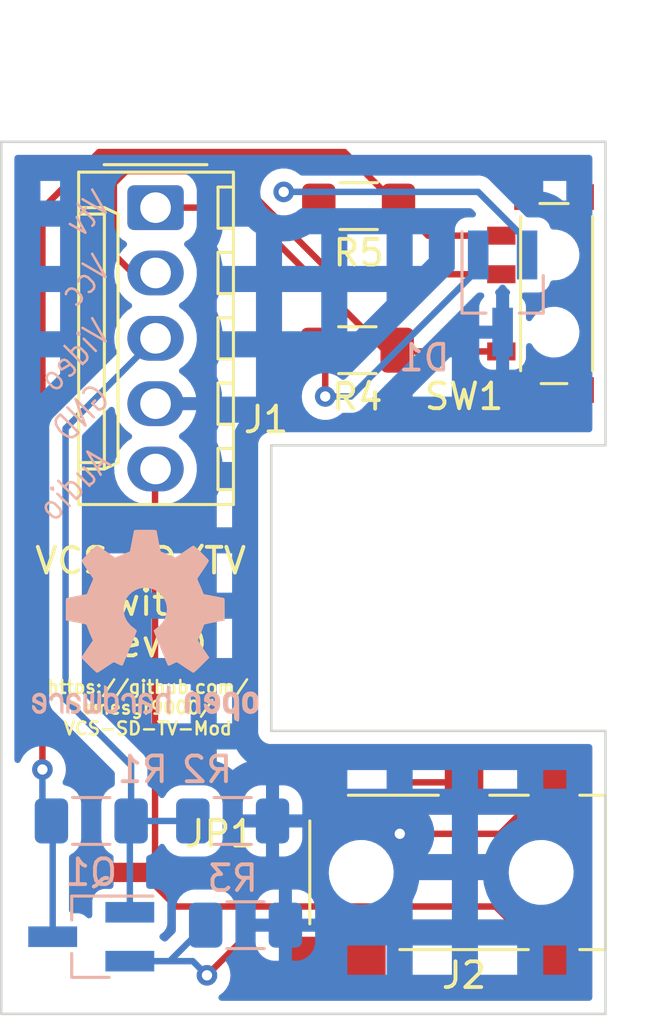
<source format=kicad_pcb>
(kicad_pcb (version 20211014) (generator pcbnew)
  (layers (0 "F.Cu" signal) (31 "B.Cu" signal) (34 "B.Paste" user) (35 "F.Paste" user) (36 "B.SilkS" user "B.Silkscreen") (37 "F.SilkS" user "F.Silkscreen") (38 "B.Mask" user) (39 "F.Mask" user) (44 "Edge.Cuts" user))
  (net 0 "")
  (net 1 "Net-(D1-Pad1)")
  (net 2 "Net-(D1-Pad2)")
  (net 3 "Net-(D1-Pad3)")
  (net 4 "Net-(J1-Pad1)")
  (net 5 "Net-(J1-Pad2)")
  (net 6 "Net-(J1-Pad5)")
  (net 7 "Net-(J2-PadR1)")
  (net 8 "Net-(J2-PadT)")
  (net 9 "Net-(J1-Pad3)")
  (net 10 "Net-(Q1-Pad3)")
  (footprint "Connector_Molex:Molex_KK-254_AE-6410-05A_1x05_P2.54mm_Vertical" (layer "F.Cu") (at 178 79.16 -90)
    (fp_text reference "J1" (at 8.24 -4.3) (layer "F.SilkS"))
    (fp_text value "Conn_01x05_Male")
    (fp_line (start -0.8 -3.03) (end -0.8 -2.43) (layer "F.SilkS") (width 0.12))
    (fp_line (start 9.91 1.46) (end 10.16 1.99) (layer "F.SilkS") (width 0.12))
    (fp_line (start 11.54 2.99) (end 11.54 -3.03) (layer "F.SilkS") (width 0.12))
    (fp_line (start 9.36 -3.03) (end 9.36 -2.43) (layer "F.SilkS") (width 0.12))
    (fp_line (start 8.42 -2.43) (end 8.42 -3.03) (layer "F.SilkS") (width 0.12))
    (fp_line (start 6.82 -3.03) (end 6.82 -2.43) (layer "F.SilkS") (width 0.12))
    (fp_line (start 4.28 -2.43) (end 5.88 -2.43) (layer "F.SilkS") (width 0.12))
    (fp_line (start 9.36 -2.43) (end 10.96 -2.43) (layer "F.SilkS") (width 0.12))
    (fp_line (start 10.16 1.99) (end 10.16 2.99) (layer "F.SilkS") (width 0.12))
    (fp_line (start 1.74 -3.03) (end 1.74 -2.43) (layer "F.SilkS") (width 0.12))
    (fp_line (start 6.82 -2.43) (end 8.42 -2.43) (layer "F.SilkS") (width 0.12))
    (fp_line (start 9.91 2.99) (end 9.91 1.99) (layer "F.SilkS") (width 0.12))
    (fp_line (start -1.67 -2) (end -1.67 2) (layer "F.SilkS") (width 0.12))
    (fp_line (start 0.8 -2.43) (end 0.8 -3.03) (layer "F.SilkS") (width 0.12))
    (fp_line (start 0 1.99) (end 10.16 1.99) (layer "F.SilkS") (width 0.12))
    (fp_line (start 0 1.99) (end 0.25 1.46) (layer "F.SilkS") (width 0.12))
    (fp_line (start 0.25 1.46) (end 9.91 1.46) (layer "F.SilkS") (width 0.12))
    (fp_line (start -0.8 -2.43) (end 0.8 -2.43) (layer "F.SilkS") (width 0.12))
    (fp_line (start 10.96 -2.43) (end 10.96 -3.03) (layer "F.SilkS") (width 0.12))
    (fp_line (start -1.38 -3.03) (end -1.38 2.99) (layer "F.SilkS") (width 0.12))
    (fp_line (start -1.38 2.99) (end 11.54 2.99) (layer "F.SilkS") (width 0.12))
    (fp_line (start 0 2.99) (end 0 1.99) (layer "F.SilkS") (width 0.12))
    (fp_line (start 1.74 -2.43) (end 3.34 -2.43) (layer "F.SilkS") (width 0.12))
    (fp_line (start 4.28 -3.03) (end 4.28 -2.43) (layer "F.SilkS") (width 0.12))
    (fp_line (start 5.88 -2.43) (end 5.88 -3.03) (layer "F.SilkS") (width 0.12))
    (fp_line (start 3.34 -2.43) (end 3.34 -3.03) (layer "F.SilkS") (width 0.12))
    (fp_line (start 11.54 -3.03) (end -1.38 -3.03) (layer "F.SilkS") (width 0.12))
    (fp_line (start 0.25 2.99) (end 0.25 1.99) (layer "F.SilkS") (width 0.12))
    (pad "1" thru_hole roundrect (at 0 0 270) (size 1.74 2.19) (drill 1.19) (layers *.Cu *.Mask) (roundrect_rratio 0.1436781609) (net 4 "Net-(J1-Pad1)"))
    (pad "2" thru_hole oval (at 2.54 0 270) (size 1.74 2.19) (drill 1.19) (layers *.Cu *.Mask) (net 5 "Net-(J1-Pad2)"))
    (pad "3" thru_hole oval (at 5.08 0 270) (size 1.74 2.19) (drill 1.19) (layers *.Cu *.Mask) (net 9 "Net-(J1-Pad3)"))
    (pad "4" thru_hole oval (at 7.62 0 270) (size 1.74 2.19) (drill 1.19) (layers *.Cu *.Mask) (net 3 "Net-(D1-Pad3)"))
    (pad "5" thru_hole oval (at 10.16 0 270) (size 1.74 2.19) (drill 1.19) (layers *.Cu *.Mask) (net 6 "Net-(J1-Pad5)"))
  )
  (footprint "outputboard:Jumper_2_1.27_Open" (layer "F.Cu") (at 178.5 105 -90)
    (fp_text reference "JP1" (at -1.5 -2 unlocked) (layer "F.SilkS"))
    (fp_text value "Jumper_2_Open")
    (pad "1" smd rect (at 0 1.9 270) (size 0.75 2.8) (layers "F.Cu" "F.Paste" "F.Mask") (net 6 "Net-(J1-Pad5)"))
    (pad "2" smd rect (at 0 -1.8 270) (size 0.75 2.8) (layers "F.Cu" "F.Paste" "F.Mask") (net 7 "Net-(J2-PadR1)"))
  )
  (footprint "Resistor_SMD:R_1206_3216Metric_Pad1.30x1.75mm_HandSolder" (layer "F.Cu") (at 185.85 84.7 180)
    (fp_text reference "R4" (at 0 -1.82) (layer "F.SilkS"))
    (fp_text value "120")
    (fp_line (start -0.727064 -0.91) (end 0.727064 -0.91) (layer "F.SilkS") (width 0.12))
    (fp_line (start -0.727064 0.91) (end 0.727064 0.91) (layer "F.SilkS") (width 0.12))
    (pad "1" smd roundrect (at -1.55 0 180) (size 1.3 1.75) (layers "F.Cu" "F.Paste" "F.Mask") (roundrect_rratio 0.1923076923) (net 4 "Net-(J1-Pad1)"))
    (pad "2" smd roundrect (at 1.55 0 180) (size 1.3 1.75) (layers "F.Cu" "F.Paste" "F.Mask") (roundrect_rratio 0.1923076923) (net 1 "Net-(D1-Pad1)"))
  )
  (footprint "outputboard:54-00177" (layer "F.Cu") (at 186 105 180)
    (fp_text reference "J2" (at -4 -4 unlocked) (layer "F.SilkS"))
    (fp_text value "AudioJack4")
    (fp_line (start -6.5 3) (end -5 3) (layer "F.SilkS") (width 0.12))
    (fp_line (start -8.5 3) (end -9.5 3) (layer "F.SilkS") (width 0.12))
    (fp_line (start 2 2) (end 2 -2) (layer "F.SilkS") (width 0.12))
    (fp_line (start -3 3) (end 0.5 3) (layer "F.SilkS") (width 0.12))
    (fp_line (start -9.5 -3) (end -8.5 -3) (layer "F.SilkS") (width 0.12))
    (fp_line (start -9.5 3) (end -9.5 -3) (layer "F.SilkS") (width 0.12))
    (fp_line (start -6.5 -3) (end -1.5 -3) (layer "F.SilkS") (width 0.12))
    (pad "" smd rect (at 2 -3.5 180) (size 1.5 2) (layers "F.Cu" "F.Paste" "F.Mask"))
    (pad "" np_thru_hole circle (at 0 0 180) (size 1.5 1.5) (drill 1.5) (layers F&B.Cu *.Mask))
    (pad "" smd rect (at 1.5 3.5 180) (size 1.5 2) (layers "F.Cu" "F.Paste" "F.Mask"))
    (pad "" np_thru_hole circle (at -7 0 180) (size 1.5 1.5) (drill 1.5) (layers F&B.Cu *.Mask))
    (pad "R1" smd rect (at -4 3.5 180) (size 1.5 2) (layers "F.Cu" "F.Paste" "F.Mask") (net 7 "Net-(J2-PadR1)"))
    (pad "R2" smd rect (at -7.4 -3.5 180) (size 1.5 2) (layers "F.Cu" "F.Paste" "F.Mask") (net 6 "Net-(J1-Pad5)"))
    (pad "S" smd rect (at -7.4 3.5 180) (size 1.5 2) (layers "F.Cu" "F.Paste" "F.Mask") (net 3 "Net-(D1-Pad3)"))
    (pad "T" smd rect (at -0.2 -3.5 180) (size 1.5 2) (layers "F.Cu" "F.Paste" "F.Mask") (net 8 "Net-(J2-PadT)"))
  )
  (footprint "outputboard:WS-SLSU" (layer "F.Cu") (at 193.5 82.5 -90)
    (fp_text reference "SW1" (at 4 3.5 unlocked) (layer "F.SilkS"))
    (fp_text value "SW_SPDT")
    (fp_line (start -3 -1.5) (end 3 -1.5) (layer "F.SilkS") (width 0.12))
    (fp_line (start 3.5 -0.5) (end 3.5 0.5) (layer "F.SilkS") (width 0.12))
    (fp_line (start -3.5 -0.55) (end -3.5 0.55) (layer "F.SilkS") (width 0.12))
    (fp_line (start -3 1.3) (end 3 1.3) (layer "F.SilkS") (width 0.12))
    (pad "" np_thru_hole circle (at -1.5 0 270) (size 0.95 0.95) (drill 0.95) (layers F&B.Cu))
    (pad "" smd rect (at 3.75 -1.15 270) (size 1 0.8) (layers "F.Cu" "F.Paste" "F.Mask"))
    (pad "" np_thru_hole circle (at 1.5 0 270) (size 0.95 0.95) (drill 0.95) (layers F&B.Cu))
    (pad "" smd rect (at 3.75 1.15 270) (size 1 0.8) (layers "F.Cu" "F.Paste" "F.Mask"))
    (pad "" smd rect (at -3.75 1.15 270) (size 1 0.8) (layers "F.Cu" "F.Paste" "F.Mask"))
    (pad "" smd rect (at -3.75 -1.15 270) (size 1 0.8) (layers "F.Cu" "F.Paste" "F.Mask"))
    (pad "1" smd rect (at 2.25 2.05 270) (size 0.7 1.1) (layers "F.Cu" "F.Paste" "F.Mask") (net 4 "Net-(J1-Pad1)"))
    (pad "2" smd rect (at -0.75 2.05 270) (size 0.7 1.1) (layers "F.Cu" "F.Paste" "F.Mask") (net 5 "Net-(J1-Pad2)"))
    (pad "3" smd rect (at -2.25 2.05 270) (size 0.7 1.1) (layers "F.Cu" "F.Paste" "F.Mask") (net 10 "Net-(Q1-Pad3)"))
  )
  (footprint "Resistor_SMD:R_1206_3216Metric_Pad1.30x1.75mm_HandSolder" (layer "F.Cu") (at 185.9 79.1 180)
    (fp_text reference "R5" (at 0 -1.82) (layer "F.SilkS"))
    (fp_text value "150")
    (fp_line (start -0.727064 -0.91) (end 0.727064 -0.91) (layer "F.SilkS") (width 0.12))
    (fp_line (start -0.727064 0.91) (end 0.727064 0.91) (layer "F.SilkS") (width 0.12))
    (pad "1" smd roundrect (at -1.55 0 180) (size 1.3 1.75) (layers "F.Cu" "F.Paste" "F.Mask") (roundrect_rratio 0.1923076923) (net 10 "Net-(Q1-Pad3)"))
    (pad "2" smd roundrect (at 1.55 0 180) (size 1.3 1.75) (layers "F.Cu" "F.Paste" "F.Mask") (roundrect_rratio 0.1923076923) (net 2 "Net-(D1-Pad2)"))
  )
  (footprint "Resistor_SMD:R_1206_3216Metric_Pad1.30x1.75mm_HandSolder" (layer "B.Cu") (at 181.5 107.05 180)
    (fp_text reference "R3" (at 0.5 1.82) (layer "B.SilkS") (effects (justify mirror)))
    (fp_text value "75")
    (fp_line (start -0.727064 0.91) (end 0.727064 0.91) (layer "B.SilkS") (width 0.12))
    (fp_line (start -0.727064 -0.91) (end 0.727064 -0.91) (layer "B.SilkS") (width 0.12))
    (pad "1" smd roundrect (at -1.55 0 180) (size 1.3 1.75) (layers "B.Cu" "B.Paste" "B.Mask") (roundrect_rratio 0.1923076923) (net 3 "Net-(D1-Pad3)"))
    (pad "2" smd roundrect (at 1.55 0 180) (size 1.3 1.75) (layers "B.Cu" "B.Paste" "B.Mask") (roundrect_rratio 0.1923076923) (net 8 "Net-(J2-PadT)"))
  )
  (footprint "Resistor_SMD:R_1206_3216Metric_Pad1.30x1.75mm_HandSolder" (layer "B.Cu") (at 175.5 103)
    (fp_text reference "R1" (at 2 -2) (layer "B.SilkS") (effects (justify mirror)))
    (fp_text value "2k2")
    (fp_line (start -0.727064 0.91) (end 0.727064 0.91) (layer "B.SilkS") (width 0.12))
    (fp_line (start -0.727064 -0.91) (end 0.727064 -0.91) (layer "B.SilkS") (width 0.12))
    (pad "1" smd roundrect (at -1.55 0) (size 1.3 1.75) (layers "B.Cu" "B.Paste" "B.Mask") (roundrect_rratio 0.1923076923) (net 10 "Net-(Q1-Pad3)"))
    (pad "2" smd roundrect (at 1.55 0) (size 1.3 1.75) (layers "B.Cu" "B.Paste" "B.Mask") (roundrect_rratio 0.1923076923) (net 9 "Net-(J1-Pad3)"))
  )
  (footprint "Package_TO_SOT_SMD:SOT-23_Handsoldering" (layer "B.Cu") (at 175.5 107.5 180)
    (fp_text reference "Q1" (at 0 2.5) (layer "B.SilkS") (effects (justify mirror)))
    (fp_text value "2N2222A")
    (fp_line (start 0.76 1.58) (end -2.4 1.58) (layer "B.SilkS") (width 0.12))
    (fp_line (start 0.76 -1.58) (end -0.7 -1.58) (layer "B.SilkS") (width 0.12))
    (fp_line (start 0.76 1.58) (end 0.76 0.65) (layer "B.SilkS") (width 0.12))
    (fp_line (start 0.76 -1.58) (end 0.76 -0.65) (layer "B.SilkS") (width 0.12))
    (pad "1" smd rect (at -1.5 0.95 180) (size 1.9 0.8) (layers "B.Cu" "B.Paste" "B.Mask") (net 9 "Net-(J1-Pad3)"))
    (pad "2" smd rect (at -1.5 -0.95 180) (size 1.9 0.8) (layers "B.Cu" "B.Paste" "B.Mask") (net 8 "Net-(J2-PadT)"))
    (pad "3" smd rect (at 1.5 0 180) (size 1.9 0.8) (layers "B.Cu" "B.Paste" "B.Mask") (net 10 "Net-(Q1-Pad3)"))
  )
  (footprint "Package_TO_SOT_SMD:SOT-23_Handsoldering" (layer "B.Cu") (at 191.5 82.5 -90)
    (fp_text reference "D1" (at 2.5 3.05) (layer "B.SilkS") (effects (justify mirror)))
    (fp_text value "LED_Dual_AAK 2.0/2.2V 20mA")
    (fp_line (start 0.76 -1.58) (end -0.7 -1.58) (layer "B.SilkS") (width 0.12))
    (fp_line (start 0.76 -1.58) (end 0.76 -0.65) (layer "B.SilkS") (width 0.12))
    (fp_line (start 0.76 1.58) (end -2.4 1.58) (layer "B.SilkS") (width 0.12))
    (fp_line (start 0.76 1.58) (end 0.76 0.65) (layer "B.SilkS") (width 0.12))
    (pad "1" smd rect (at -1.5 0.95 270) (size 1.9 0.8) (layers "B.Cu" "B.Paste" "B.Mask") (net 1 "Net-(D1-Pad1)"))
    (pad "2" smd rect (at -1.5 -0.95 270) (size 1.9 0.8) (layers "B.Cu" "B.Paste" "B.Mask") (net 2 "Net-(D1-Pad2)"))
    (pad "3" smd rect (at 1.5 0 270) (size 1.9 0.8) (layers "B.Cu" "B.Paste" "B.Mask") (net 3 "Net-(D1-Pad3)"))
  )
  (footprint "Symbol:OSHW-Logo2_9.8x8mm_SilkScreen" (layer "B.Cu") (at 177.6 95.4 180)
    (fp_text reference "REF**" hide)
    (fp_text value "OSHW-Logo2_9.8x8mm_SilkScreen" hide)
    (fp_poly (pts (xy 3.570807 -2.636782) (xy 3.594161 -2.646988) (xy 3.649902 -2.691134) (xy 3.697569 -2.754967) (xy 3.727048 -2.823087) (xy 3.731846 -2.85667) (xy 3.71576 -2.903556) (xy 3.680475 -2.928365) (xy 3.642644 -2.943387) (xy 3.625321 -2.946155) (xy 3.616886 -2.926066) (xy 3.60023 -2.882351) (xy 3.592923 -2.862598) (xy 3.551948 -2.794271) (xy 3.492622 -2.760191) (xy 3.416552 -2.761239) (xy 3.410918 -2.762581) (xy 3.370305 -2.781836) (xy 3.340448 -2.819375) (xy 3.320055 -2.879809) (xy 3.307836 -2.967751) (xy 3.3025 -3.087813) (xy 3.302 -3.151698) (xy 3.301752 -3.252403) (xy 3.300126 -3.321054) (xy 3.295801 -3.364673) (xy 3.287454 -3.390282) (xy 3.273765 -3.404903) (xy 3.253411 -3.415558) (xy 3.252234 -3.416095) (xy 3.213038 -3.432667) (xy 3.193619 -3.438769) (xy 3.190635 -3.420319) (xy 3.188081 -3.369323) (xy 3.18614 -3.292308) (xy 3.184997 -3.195805) (xy 3.184769 -3.125184) (xy 3.185932 -2.988525) (xy 3.190479 -2.884851) (xy 3.199999 -2.808108) (xy 3.216081 -2.752246) (xy 3.240313 -2.711212) (xy 3.274286 -2.678954) (xy 3.307833 -2.65644) (xy 3.388499 -2.626476) (xy 3.482381 -2.619718) (xy 3.570807 -2.636782)) (layer "B.SilkS") (width 0.01) (fill solid))
    (fp_poly (pts (xy 0.053501 -2.626303) (xy 0.13006 -2.654733) (xy 0.130936 -2.655279) (xy 0.178285 -2.690127) (xy 0.213241 -2.730852) (xy 0.237825 -2.783925) (xy 0.254062 -2.855814) (xy 0.263975 -2.952992) (xy 0.269586 -3.081928) (xy 0.270077 -3.100298) (xy 0.277141 -3.377287) (xy 0.217695 -3.408028) (xy 0.174681 -3.428802) (xy 0.14871 -3.438646) (xy 0.147509 -3.438769) (xy 0.143014 -3.420606) (xy 0.139444 -3.371612) (xy 0.137248 -3.300031) (xy 0.136769 -3.242068) (xy 0.136758 -3.14817) (xy 0.132466 -3.089203) (xy 0.117503 -3.061079) (xy 0.085482 -3.059706) (xy 0.030014 -3.080998) (xy -0.053731 -3.120136) (xy -0.115311 -3.152643) (xy -0.146983 -3.180845) (xy -0.156294 -3.211582) (xy -0.156308 -3.213104) (xy -0.140943 -3.266054) (xy -0.095453 -3.29466) (xy -0.025834 -3.298803) (xy 0.024313 -3.298084) (xy 0.050754 -3.312527) (xy 0.067243 -3.347218) (xy 0.076733 -3.391416) (xy 0.063057 -3.416493) (xy 0.057907 -3.420082) (xy 0.009425 -3.434496) (xy -0.058469 -3.436537) (xy -0.128388 -3.426983) (xy -0.177932 -3.409522) (xy -0.24643 -3.351364) (xy -0.285366 -3.270408) (xy -0.293077 -3.20716) (xy -0.287193 -3.150111) (xy -0.265899 -3.103542) (xy -0.223735 -3.062181) (xy -0.155241 -3.020755) (xy -0.054956 -2.973993) (xy -0.048846 -2.97135) (xy 0.04149 -2.929617) (xy 0.097235 -2.895391) (xy 0.121129 -2.864635) (xy 0.115913 -2.833311) (xy 0.084328 -2.797383) (xy 0.074883 -2.789116) (xy 0.011617 -2.757058) (xy -0.053936 -2.758407) (xy -0.111028 -2.789838) (xy -0.148907 -2.848024) (xy -0.152426 -2.859446) (xy -0.1867 -2.914837) (xy -0.230191 -2.941518) (xy -0.293077 -2.96796) (xy -0.293077 -2.899548) (xy -0.273948 -2.80011) (xy -0.217169 -2.708902) (xy -0.187622 -2.678389) (xy -0.120458 -2.639228) (xy -0.035044 -2.6215) (xy 0.053501 -2.626303)) (layer "B.SilkS") (width 0.01) (fill solid))
    (fp_poly (pts (xy 2.887333 -2.633528) (xy 2.94359 -2.659117) (xy 2.987747 -2.690124) (xy 3.020101 -2.724795) (xy 3.042438 -2.76952) (xy 3.056546 -2.830692) (xy 3.064211 -2.914701) (xy 3.06722 -3.02794) (xy 3.067538 -3.102509) (xy 3.067538 -3.39342) (xy 3.017773 -3.416095) (xy 2.978576 -3.432667) (xy 2.959157 -3.438769) (xy 2.955442 -3.42061) (xy 2.952495 -3.371648) (xy 2.950691 -3.300153) (xy 2.950308 -3.243385) (xy 2.948661 -3.161371) (xy 2.944222 -3.096309) (xy 2.93774 -3.056467) (xy 2.93259 -3.048) (xy 2.897977 -3.056646) (xy 2.84364 -3.078823) (xy 2.780722 -3.108886) (xy 2.720368 -3.141192) (xy 2.673721 -3.170098) (xy 2.651926 -3.189961) (xy 2.651839 -3.190175) (xy 2.653714 -3.226935) (xy 2.670525 -3.262026) (xy 2.700039 -3.290528) (xy 2.743116 -3.300061) (xy 2.779932 -3.29895) (xy 2.832074 -3.298133) (xy 2.859444 -3.310349) (xy 2.875882 -3.342624) (xy 2.877955 -3.34871) (xy 2.885081 -3.394739) (xy 2.866024 -3.422687) (xy 2.816353 -3.436007) (xy 2.762697 -3.43847) (xy 2.666142 -3.42021) (xy 2.616159 -3.394131) (xy 2.554429 -3.332868) (xy 2.52169 -3.25767) (xy 2.518753 -3.178211) (xy 2.546424 -3.104167) (xy 2.588047 -3.057769) (xy 2.629604 -3.031793) (xy 2.694922 -2.998907) (xy 2.771038 -2.965557) (xy 2.783726 -2.960461) (xy 2.867333 -2.923565) (xy 2.91553 -2.891046) (xy 2.93103 -2.858718) (xy 2.91655 -2.822394) (xy 2.891692 -2.794) (xy 2.832939 -2.759039) (xy 2.768293 -2.756417) (xy 2.709008 -2.783358) (xy 2.666339 -2.837088) (xy 2.660739 -2.85095) (xy 2.628133 -2.901936) (xy 2.58053 -2.939787) (xy 2.520461 -2.97085) (xy 2.520461 -2.882768) (xy 2.523997 -2.828951) (xy 2.539156 -2.786534) (xy 2.572768 -2.741279) (xy 2.605035 -2.70642) (xy 2.655209 -2.657062) (xy 2.694193 -2.630547) (xy 2.736064 -2.619911) (xy 2.78346 -2.618154) (xy 2.887333 -2.633528)) (layer "B.SilkS") (width 0.01) (fill solid))
    (fp_poly (pts (xy -0.840154 -2.49212) (xy -0.834428 -2.57198) (xy -0.827851 -2.619039) (xy -0.818738 -2.639566) (xy -0.805402 -2.639829) (xy -0.801077 -2.637378) (xy -0.743556 -2.619636) (xy -0.668732 -2.620672) (xy -0.592661 -2.63891) (xy -0.545082 -2.662505) (xy -0.496298 -2.700198) (xy -0.460636 -2.742855) (xy -0.436155 -2.797057) (xy -0.420913 -2.869384) (xy -0.41297 -2.966419) (xy -0.410384 -3.094742) (xy -0.410338 -3.119358) (xy -0.410308 -3.39587) (xy -0.471839 -3.41732) (xy -0.515541 -3.431912) (xy -0.539518 -3.438706) (xy -0.540223 -3.438769) (xy -0.542585 -3.420345) (xy -0.544594 -3.369526) (xy -0.546099 -3.292993) (xy -0.546947 -3.19743) (xy -0.547077 -3.139329) (xy -0.547349 -3.024771) (xy -0.548748 -2.942667) (xy -0.552151 -2.886393) (xy -0.558433 -2.849326) (xy -0.568471 -2.824844) (xy -0.583139 -2.806325) (xy -0.592298 -2.797406) (xy -0.655211 -2.761466) (xy -0.723864 -2.758775) (xy -0.786152 -2.78917) (xy -0.797671 -2.800144) (xy -0.814567 -2.820779) (xy -0.826286 -2.845256) (xy -0.833767 -2.880647) (xy -0.837946 -2.934026) (xy -0.839763 -3.012466) (xy -0.840154 -3.120617) (xy -0.840154 -3.39587) (xy -0.901685 -3.41732) (xy -0.945387 -3.431912) (xy -0.969364 -3.438706) (xy -0.97007 -3.438769) (xy -0.971874 -3.420069) (xy -0.9735 -3.367322) (xy -0.974883 -3.285557) (xy -0.975958 -3.179805) (xy -0.97666 -3.055094) (xy -0.976923 -2.916455) (xy -0.976923 -2.381806) (xy -0.849923 -2.328236) (xy -0.840154 -2.49212)) (layer "B.SilkS") (width 0.01) (fill solid))
    (fp_poly (pts (xy -3.983114 -2.587256) (xy -3.891536 -2.635409) (xy -3.823951 -2.712905) (xy -3.799943 -2.762727) (xy -3.781262 -2.837533) (xy -3.771699 -2.932052) (xy -3.770792 -3.03521) (xy -3.778079 -3.135935) (xy -3.793097 -3.223153) (xy -3.815385 -3.285791) (xy -3.822235 -3.296579) (xy -3.903368 -3.377105) (xy -3.999734 -3.425336) (xy -4.104299 -3.43945) (xy -4.210032 -3.417629) (xy -4.239457 -3.404547) (xy -4.296759 -3.364231) (xy -4.34705 -3.310775) (xy -4.351803 -3.303995) (xy -4.371122 -3.271321) (xy -4.383892 -3.236394) (xy -4.391436 -3.190414) (xy -4.395076 -3.124584) (xy -4.396135 -3.030105) (xy -4.396154 -3.008923) (xy -4.396106 -3.002182) (xy -4.200769 -3.002182) (xy -4.199632 -3.091349) (xy -4.195159 -3.15052) (xy -4.185754 -3.188741) (xy -4.169824 -3.215053) (xy -4.161692 -3.223846) (xy -4.114942 -3.257261) (xy -4.069553 -3.255737) (xy -4.02366 -3.226752) (xy -3.996288 -3.195809) (xy -3.980077 -3.150643) (xy -3.970974 -3.07942) (xy -3.970349 -3.071114) (xy -3.968796 -2.942037) (xy -3.985035 -2.846172) (xy -4.018848 -2.784107) (xy -4.070016 -2.756432) (xy -4.08828 -2.754923) (xy -4.13624 -2.762513) (xy -4.169047 -2.788808) (xy -4.189105 -2.839095) (xy -4.198822 -2.918664) (xy -4.200769 -3.002182) (xy -4.396106 -3.002182) (xy -4.395426 -2.908249) (xy -4.392371 -2.837906) (xy -4.385678 -2.789163) (xy -4.37404 -2.753288) (xy -4.356147 -2.721548) (xy -4.352192 -2.715648) (xy -4.285733 -2.636104) (xy -4.213315 -2.589929) (xy -4.125151 -2.571599) (xy -4.095213 -2.570703) (xy -3.983114 -2.587256)) (layer "B.SilkS") (width 0.01) (fill solid))
    (fp_poly (pts (xy -1.728336 -2.595089) (xy -1.665633 -2.631358) (xy -1.622039 -2.667358) (xy -1.590155 -2.705075) (xy -1.56819 -2.751199) (xy -1.554351 -2.812421) (xy -1.546847 -2.895431) (xy -1.543883 -3.006919) (xy -1.543539 -3.087062) (xy -1.543539 -3.382065) (xy -1.709615 -3.456515) (xy -1.719385 -3.133402) (xy -1.723421 -3.012729) (xy -1.727656 -2.925141) (xy -1.732903 -2.86465) (xy -1.739975 -2.825268) (xy -1.749689 -2.801007) (xy -1.762856 -2.78588) (xy -1.767081 -2.782606) (xy -1.831091 -2.757034) (xy -1.895792 -2.767153) (xy -1.934308 -2.794) (xy -1.949975 -2.813024) (xy -1.96082 -2.837988) (xy -1.967712 -2.875834) (xy -1.971521 -2.933502) (xy -1.973117 -3.017935) (xy -1.973385 -3.105928) (xy -1.973437 -3.216323) (xy -1.975328 -3.294463) (xy -1.981655 -3.347165) (xy -1.995017 -3.381242) (xy -2.018015 -3.403511) (xy -2.053246 -3.420787) (xy -2.100303 -3.438738) (xy -2.151697 -3.458278) (xy -2.145579 -3.111485) (xy -2.143116 -2.986468) (xy -2.140233 -2.894082) (xy -2.136102 -2.827881) (xy -2.129893 -2.78142) (xy -2.120774 -2.748256) (xy -2.107917 -2.721944) (xy -2.092416 -2.698729) (xy -2.017629 -2.624569) (xy -1.926372 -2.581684) (xy -1.827117 -2.571412) (xy -1.728336 -2.595089)) (layer "B.SilkS") (width 0.01) (fill solid))
    (fp_poly (pts (xy 0.713362 -2.62467) (xy 0.802117 -2.657421) (xy 0.874022 -2.71535) (xy 0.902144 -2.756128) (xy 0.932802 -2.830954) (xy 0.932165 -2.885058) (xy 0.899987 -2.921446) (xy 0.888081 -2.927633) (xy 0.836675 -2.946925) (xy 0.810422 -2.941982) (xy 0.80153 -2.909587) (xy 0.801077 -2.891692) (xy 0.784797 -2.825859) (xy 0.742365 -2.779807) (xy 0.683388 -2.757564) (xy 0.617475 -2.763161) (xy 0.563895 -2.792229) (xy 0.545798 -2.80881) (xy 0.532971 -2.828925) (xy 0.524306 -2.859332) (xy 0.518696 -2.906788) (xy 0.515035 -2.97805) (xy 0.512215 -3.079875) (xy 0.511484 -3.112115) (xy 0.50882 -3.22241) (xy 0.505792 -3.300036) (xy 0.50125 -3.351396) (xy 0.494046 -3.38289) (xy 0.483033 -3.40092) (xy 0.46706 -3.411888) (xy 0.456834 -3.416733) (xy 0.413406 -3.433301) (xy 0.387842 -3.438769) (xy 0.379395 -3.420507) (xy 0.374239 -3.365296) (xy 0.372346 -3.272499) (xy 0.373689 -3.141478) (xy 0.374107 -3.121269) (xy 0.377058 -3.001733) (xy 0.380548 -2.914449) (xy 0.385514 -2.852591) (xy 0.392893 -2.809336) (xy 0.403624 -2.77786) (xy 0.418645 -2.751339) (xy 0.426502 -2.739975) (xy 0.471553 -2.689692) (xy 0.52194 -2.650581) (xy 0.528108 -2.647167) (xy 0.618458 -2.620212) (xy 0.713362 -2.62467)) (layer "B.SilkS") (width 0.01) (fill solid))
    (fp_poly (pts (xy -3.231114 -2.584505) (xy -3.156461 -2.621727) (xy -3.090569 -2.690261) (xy -3.072423 -2.715648) (xy -3.052655 -2.748866) (xy -3.039828 -2.784945) (xy -3.03249 -2.833098) (xy -3.029187 -2.902536) (xy -3.028462 -2.994206) (xy -3.031737 -3.11983) (xy -3.043123 -3.214154) (xy -3.064959 -3.284523) (xy -3.099581 -3.338286) (xy -3.14933 -3.382788) (xy -3.152986 -3.385423) (xy -3.202015 -3.412377) (xy -3.261055 -3.425712) (xy -3.336141 -3.429) (xy -3.458205 -3.429) (xy -3.458256 -3.547497) (xy -3.459392 -3.613492) (xy -3.466314 -3.652202) (xy -3.484402 -3.675419) (xy -3.519038 -3.694933) (xy -3.527355 -3.69892) (xy -3.56628 -3.717603) (xy -3.596417 -3.729403) (xy -3.618826 -3.730422) (xy -3.634567 -3.716761) (xy -3.644698 -3.684522) (xy -3.650277 -3.629804) (xy -3.652365 -3.548711) (xy -3.652019 -3.437344) (xy -3.6503 -3.291802) (xy -3.649763 -3.248269) (xy -3.647828 -3.098205) (xy -3.646096 -3.000042) (xy -3.458308 -3.000042) (xy -3.457252 -3.083364) (xy -3.452562 -3.13788) (xy -3.441949 -3.173837) (xy -3.423128 -3.201482) (xy -3.41035 -3.214965) (xy -3.35811 -3.254417) (xy -3.311858 -3.257628) (xy -3.264133 -3.225049) (xy -3.262923 -3.223846) (xy -3.243506 -3.198668) (xy -3.231693 -3.164447) (xy -3.225735 -3.111748) (xy -3.22388 -3.031131) (xy -3.223846 -3.013271) (xy -3.22833 -2.902175) (xy -3.242926 -2.825161) (xy -3.26935 -2.778147) (xy -3.309317 -2.75705) (xy -3.332416 -2.754923) (xy -3.387238 -2.7649) (xy -3.424842 -2.797752) (xy -3.447477 -2.857857) (xy -3.457394 -2.949598) (xy -3.458308 -3.000042) (xy -3.646096 -3.000042) (xy -3.645778 -2.98206) (xy -3.643127 -2.894679) (xy -3.639394 -2.830905) (xy -3.634093 -2.785582) (xy -3.626742 -2.753555) (xy -3.616857 -2.729668) (xy -3.603954 -2.708764) (xy -3.598421 -2.700898) (xy -3.525031 -2.626595) (xy -3.43224 -2.584467) (xy -3.324904 -2.572722) (xy -3.231114 -2.584505)) (layer "B.SilkS") (width 0.01) (fill solid))
    (fp_poly (pts (xy 1.602081 -2.780289) (xy 1.601833 -2.92632) (xy 1.600872 -3.038655) (xy 1.598794 -3.122678) (xy 1.595193 -3.183769) (xy 1.589665 -3.227309) (xy 1.581804 -3.258679) (xy 1.571207 -3.283262) (xy 1.563182 -3.297294) (xy 1.496728 -3.373388) (xy 1.41247 -3.421084) (xy 1.319249 -3.438199) (xy 1.2259 -3.422546) (xy 1.170312 -3.394418) (xy 1.111957 -3.34576) (xy 1.072186 -3.286333) (xy 1.04819 -3.208507) (xy 1.037161 -3.104652) (xy 1.035599 -3.028462) (xy 1.035809 -3.022986) (xy 1.172308 -3.022986) (xy 1.173141 -3.110355) (xy 1.176961 -3.168192) (xy 1.185746 -3.206029) (xy 1.201474 -3.233398) (xy 1.220266 -3.254042) (xy 1.283375 -3.29389) (xy 1.351137 -3.297295) (xy 1.415179 -3.264025) (xy 1.420164 -3.259517) (xy 1.441439 -3.236067) (xy 1.454779 -3.208166) (xy 1.462001 -3.166641) (xy 1.464923 -3.102316) (xy 1.465385 -3.0312) (xy 1.464383 -2.941858) (xy 1.460238 -2.882258) (xy 1.451236 -2.843089) (xy 1.435667 -2.81504) (xy 1.422902 -2.800144) (xy 1.3636 -2.762575) (xy 1.295301 -2.758057) (xy 1.23011 -2.786753) (xy 1.217528 -2.797406) (xy 1.196111 -2.821063) (xy 1.182744 -2.849251) (xy 1.175566 -2.891245) (xy 1.172719 -2.956319) (xy 1.172308 -3.022986) (xy 1.035809 -3.022986) (xy 1.040322 -2.905765) (xy 1.056362 -2.813577) (xy 1.086528 -2.744269) (xy 1.133629 -2.690211) (xy 1.170312 -2.662505) (xy 1.23699 -2.632572) (xy 1.314272 -2.618678) (xy 1.38611 -2.622397) (xy 1.426308 -2.6374) (xy 1.442082 -2.64167) (xy 1.45255 -2.62575) (xy 1.459856 -2.583089) (xy 1.465385 -2.518106) (xy 1.471437 -2.445732) (xy 1.479844 -2.402187) (xy 1.495141 -2.377287) (xy 1.521864 -2.360845) (xy 1.538654 -2.353564) (xy 1.602154 -2.326963) (xy 1.602081 -2.780289)) (layer "B.SilkS") (width 0.01) (fill solid))
    (fp_poly (pts (xy -2.465746 -2.599745) (xy -2.388714 -2.651567) (xy -2.329184 -2.726412) (xy -2.293622 -2.821654) (xy -2.286429 -2.891756) (xy -2.287246 -2.921009) (xy -2.294086 -2.943407) (xy -2.312888 -2.963474) (xy -2.349592 -2.985733) (xy -2.410138 -3.014709) (xy -2.500466 -3.054927) (xy -2.500923 -3.055129) (xy -2.584067 -3.09321) (xy -2.652247 -3.127025) (xy -2.698495 -3.152933) (xy -2.715842 -3.167295) (xy -2.715846 -3.167411) (xy -2.700557 -3.198685) (xy -2.664804 -3.233157) (xy -2.623758 -3.25799) (xy -2.602963 -3.262923) (xy -2.54623 -3.245862) (xy -2.497373 -3.203133) (xy -2.473535 -3.156155) (xy -2.450603 -3.121522) (xy -2.405682 -3.082081) (xy -2.352877 -3.048009) (xy -2.30629 -3.02948) (xy -2.296548 -3.028462) (xy -2.285582 -3.045215) (xy -2.284921 -3.088039) (xy -2.29298 -3.145781) (xy -2.308173 -3.207289) (xy -2.328914 -3.261409) (xy -2.329962 -3.26351) (xy -2.392379 -3.35066) (xy -2.473274 -3.409939) (xy -2.565144 -3.439034) (xy -2.660487 -3.435634) (xy -2.751802 -3.397428) (xy -2.755862 -3.394741) (xy -2.827694 -3.329642) (xy -2.874927 -3.244705) (xy -2.901066 -3.133021) (xy -2.904574 -3.101643) (xy -2.910787 -2.953536) (xy -2.903339 -2.884468) (xy -2.715846 -2.884468) (xy -2.71341 -2.927552) (xy -2.700086 -2.940126) (xy -2.666868 -2.930719) (xy -2.614506 -2.908483) (xy -2.555976 -2.88061) (xy -2.554521 -2.879872) (xy -2.504911 -2.853777) (xy -2.485 -2.836363) (xy -2.48991 -2.818107) (xy -2.510584 -2.79412) (xy -2.563181 -2.759406) (xy -2.619823 -2.756856) (xy -2.670631 -2.782119) (xy -2.705724 -2.830847) (xy -2.715846 -2.884468) (xy -2.903339 -2.884468) (xy -2.898008 -2.835036) (xy -2.865222 -2.741055) (xy -2.819579 -2.675215) (xy -2.737198 -2.608681) (xy -2.646454 -2.575676) (xy -2.553815 -2.573573) (xy -2.465746 -2.599745)) (layer "B.SilkS") (width 0.01) (fill solid))
    (fp_poly (pts (xy 4.245224 -2.647838) (xy 4.322528 -2.698361) (xy 4.359814 -2.74359) (xy 4.389353 -2.825663) (xy 4.391699 -2.890607) (xy 4.386385 -2.977445) (xy 4.186115 -3.065103) (xy 4.088739 -3.109887) (xy 4.025113 -3.145913) (xy 3.992029 -3.177117) (xy 3.98628 -3.207436) (xy 4.004658 -3.240805) (xy 4.024923 -3.262923) (xy 4.083889 -3.298393) (xy 4.148024 -3.300879) (xy 4.206926 -3.273235) (xy 4.250197 -3.21832) (xy 4.257936 -3.198928) (xy 4.295006 -3.138364) (xy 4.337654 -3.112552) (xy 4.396154 -3.090471) (xy 4.396154 -3.174184) (xy 4.390982 -3.23115) (xy 4.370723 -3.279189) (xy 4.328262 -3.334346) (xy 4.321951 -3.341514) (xy 4.27472 -3.390585) (xy 4.234121 -3.41692) (xy 4.183328 -3.429035) (xy 4.14122 -3.433003) (xy 4.065902 -3.433991) (xy 4.012286 -3.421466) (xy 3.978838 -3.402869) (xy 3.926268 -3.361975) (xy 3.889879 -3.317748) (xy 3.86685 -3.262126) (xy 3.854359 -3.187047) (xy 3.849587 -3.084449) (xy 3.849206 -3.032376) (xy 3.850501 -2.969948) (xy 3.968471 -2.969948) (xy 3.969839 -3.003438) (xy 3.973249 -3.008923) (xy 3.995753 -3.001472) (xy 4.044182 -2.981753) (xy 4.108908 -2.953718) (xy 4.122443 -2.947692) (xy 4.204244 -2.906096) (xy 4.249312 -2.869538) (xy 4.259217 -2.835296) (xy 4.235526 -2.800648) (xy 4.21596 -2.785339) (xy 4.14536 -2.754721) (xy 4.07928 -2.75978) (xy 4.023959 -2.797151) (xy 3.985636 -2.863473) (xy 3.973349 -2.916116) (xy 3.968471 -2.969948) (xy 3.850501 -2.969948) (xy 3.85173 -2.91072) (xy 3.861032 -2.82071) (xy 3.87946 -2.755167) (xy 3.90936 -2.706912) (xy 3.95308 -2.668767) (xy 3.972141 -2.65644) (xy 4.058726 -2.624336) (xy 4.153522 -2.622316) (xy 4.245224 -2.647838)) (layer "B.SilkS") (width 0.01) (fill solid))
    (fp_poly (pts (xy 0.139878 3.712224) (xy 0.245612 3.711645) (xy 0.322132 3.710078) (xy 0.374372 3.707028) (xy 0.407263 3.702004) (xy 0.425737 3.694511) (xy 0.434727 3.684056) (xy 0.439163 3.670147) (xy 0.439594 3.668346) (xy 0.446333 3.635855) (xy 0.458808 3.571748) (xy 0.475719 3.482849) (xy 0.495771 3.375981) (xy 0.517664 3.257967) (xy 0.518429 3.253822) (xy 0.540359 3.138169) (xy 0.560877 3.035986) (xy 0.578659 2.953402) (xy 0.592381 2.896544) (xy 0.600718 2.871542) (xy 0.601116 2.871099) (xy 0.625677 2.85889) (xy 0.676315 2.838544) (xy 0.742095 2.814455) (xy 0.742461 2.814326) (xy 0.825317 2.783182) (xy 0.923 2.743509) (xy 1.015077 2.703619) (xy 1.019434 2.701647) (xy 1.169407 2.63358) (xy 1.501498 2.860361) (xy 1.603374 2.929496) (xy 1.695657 2.991303) (xy 1.773003 3.042267) (xy 1.830064 3.078873) (xy 1.861495 3.097606) (xy 1.864479 3.098996) (xy 1.887321 3.09281) (xy 1.929982 3.062965) (xy 1.994128 3.008053) (xy 2.081421 2.926666) (xy 2.170535 2.840078) (xy 2.256441 2.754753) (xy 2.333327 2.676892) (xy 2.396564 2.611303) (xy 2.441523 2.562795) (xy 2.463576 2.536175) (xy 2.464396 2.534805) (xy 2.466834 2.516537) (xy 2.45765 2.486705) (xy 2.434574 2.441279) (xy 2.395337 2.37623) (xy 2.33767 2.28753) (xy 2.260795 2.173343) (xy 2.19257 2.072838) (xy 2.131582 1.982697) (xy 2.081356 1.908151) (xy 2.045416 1.854435) (xy 2.027287 1.826782) (xy 2.026146 1.824905) (xy 2.028359 1.79841) (xy 2.045138 1.746914) (xy 2.073142 1.680149) (xy 2.083122 1.658828) (xy 2.126672 1.563841) (xy 2.173134 1.456063) (xy 2.210877 1.362808) (xy 2.238073 1.293594) (xy 2.259675 1.240994) (xy 2.272158 1.213503) (xy 2.273709 1.211384) (xy 2.296668 1.207876) (xy 2.350786 1.198262) (xy 2.428868 1.183911) (xy 2.523719 1.166193) (xy 2.628143 1.146475) (xy 2.734944 1.126126) (xy 2.836926 1.106514) (xy 2.926894 1.089009) (xy 2.997653 1.074978) (xy 3.042006 1.065791) (xy 3.052885 1.063193) (xy 3.064122 1.056782) (xy 3.072605 1.042303) (xy 3.078714 1.014867) (xy 3.082832 0.969589) (xy 3.085341 0.90158) (xy 3.086621 0.805953) (xy 3.087054 0.67782) (xy 3.087077 0.625299) (xy 3.087077 0.198155) (xy 2.9845 0.177909) (xy 2.927431 0.16693) (xy 2.842269 0.150905) (xy 2.739372 0.131767) (xy 2.629096 0.111449) (xy 2.598615 0.105868) (xy 2.496855 0.086083) (xy 2.408205 0.066627) (xy 2.340108 0.049303) (xy 2.300004 0.035912) (xy 2.293323 0.031921) (xy 2.276919 0.003658) (xy 2.253399 -0.051109) (xy 2.227316 -0.121588) (xy 2.222142 -0.136769) (xy 2.187956 -0.230896) (xy 2.145523 -0.337101) (xy 2.103997 -0.432473) (xy 2.103792 -0.432916) (xy 2.03464 -0.582525) (xy 2.489512 -1.251617) (xy 2.1975 -1.544116) (xy 2.10918 -1.63117) (xy 2.028625 -1.707909) (xy 1.96036 -1.770237) (xy 1.908908 -1.814056) (xy 1.878794 -1.83527) (xy 1.874474 -1.836616) (xy 1.849111 -1.826016) (xy 1.797358 -1.796547) (xy 1.724868 -1.751705) (xy 1.637294 -1.694984) (xy 1.542612 -1.631462) (xy 1.446516 -1.566668) (xy 1.360837 -1.510287) (xy 1.291016 -1.465788) (xy 1.242494 -1.436639) (xy 1.220782 -1.426308) (xy 1.194293 -1.43505) (xy 1.144062 -1.458087) (xy 1.080451 -1.490631) (xy 1.073708 -1.494249) (xy 0.988046 -1.53721) (xy 0.929306 -1.558279) (xy 0.892772 -1.558503) (xy 0.873731 -1.538928) (xy 0.87362 -1.538654) (xy 0.864102 -1.515472) (xy 0.841403 -1.460441) (xy 0.807282 -1.377822) (xy 0.7635 -1.271872) (xy 0.711816 -1.146852) (xy 0.653992 -1.00702) (xy 0.597991 -0.871637) (xy 0.536447 -0.722234) (xy 0.479939 -0.583832) (xy 0.430161 -0.460673) (xy 0.388806 -0.357002) (xy 0.357568 -0.277059) (xy 0.338141 -0.225088) (xy 0.332154 -0.205692) (xy 0.347168 -0.183443) (xy 0.386439 -0.147982) (xy 0.438807 -0.108887) (xy 0.587941 0.014755) (xy 0.704511 0.156478) (xy 0.787118 0.313296) (xy 0.834366 0.482225) (xy 0.844857 0.660278) (xy 0.837231 0.742461) (xy 0.795682 0.912969) (xy 0.724123 1.063541) (xy 0.626995 1.192691) (xy 0.508734 1.298936) (xy 0.37378 1.38079) (xy 0.226571 1.436768) (xy 0.071544 1.465385) (xy -0.086861 1.465156) (xy -0.244206 1.434595) (xy -0.396054 1.372218) (xy -0.537965 1.27654) (xy -0.597197 1.222428) (xy -0.710797 1.08348) (xy -0.789894 0.931639) (xy -0.835014 0.771333) (xy -0.846684 0.606988) (xy -0.825431 0.443029) (xy -0.77178 0.283882) (xy -0.68626 0.133975) (xy -0.569395 -0.002267) (xy -0.438807 -0.108887) (xy -0.384412 -0.149642) (xy -0.345986 -0.184718) (xy -0.332154 -0.205726) (xy -0.339397 -0.228635) (xy -0.359995 -0.283365) (xy -0.392254 -0.365672) (xy -0.434479 -0.471315) (xy -0.484977 -0.59605) (xy -0.542052 -0.735636) (xy -0.598146 -0.87167) (xy -0.660033 -1.021201) (xy -0.717356 -1.159767) (xy -0.768356 -1.283107) (xy -0.811273 -1.386964) (xy -0.844347 -1.46708) (xy -0.865819 -1.519195) (xy -0.873775 -1.538654) (xy -0.892571 -1.558423) (xy -0.928926 -1.558365) (xy -0.987521 -1.537441) (xy -1.073032 -1.494613) (xy -1.073708 -1.494249) (xy -1.138093 -1.461012) (xy -1.190139 -1.436802) (xy -1.219488 -1.426404) (xy -1.220783 -1.426308) (xy -1.242876 -1.436855) (xy -1.291652 -1.466184) (xy -1.361669 -1.510827) (xy -1.447486 -1.567314) (xy -1.542612 -1.631462) (xy -1.63946 -1.696411) (xy -1.726747 -1.752896) (xy -1.798819 -1.797421) (xy -1.850023 -1.82649) (xy -1.874474 -1.836616) (xy -1.89699 -1.823307) (xy -1.942258 -1.786112) (xy -2.005756 -1.729128) (xy -2.082961 -1.656449) (xy -2.169349 -1.572171) (xy -2.197601 -1.544016) (xy -2.489713 -1.251416) (xy -2.267369 -0.925104) (xy -2.199798 -0.824897) (xy -2.140493 -0.734963) (xy -2.092783 -0.66051) (xy -2.059993 -0.606751) (xy -2.045452 -0.578894) (xy -2.045026 -0.576912) (xy -2.052692 -0.550655) (xy -2.073311 -0.497837) (xy -2.103315 -0.42731) (xy -2.124375 -0.380093) (xy -2.163752 -0.289694) (xy -2.200835 -0.198366) (xy -2.229585 -0.1212) (xy -2.237395 -0.097692) (xy -2.259583 -0.034916) (xy -2.281273 0.013589) (xy -2.293187 0.031921) (xy -2.319477 0.043141) (xy -2.376858 0.059046) (xy -2.457882 0.077833) (xy -2.555105 0.097701) (xy -2.598615 0.105868) (xy -2.709104 0.126171) (xy -2.815084 0.14583) (xy -2.906199 0.162912) (xy -2.972092 0.175482) (xy -2.9845 0.177909) (xy -3.087077 0.198155) (xy -3.087077 0.625299) (xy -3.086847 0.765754) (xy -3.085901 0.872021) (xy -3.083859 0.948987) (xy -3.080338 1.00154) (xy -3.074957 1.034567) (xy -3.067334 1.052955) (xy -3.057088 1.061592) (xy -3.052885 1.063193) (xy -3.02753 1.068873) (xy -2.971516 1.080205) (xy -2.892036 1.095821) (xy -2.796288 1.114353) (xy -2.691467 1.134431) (xy -2.584768 1.154688) (xy -2.483387 1.173754) (xy -2.394521 1.190261) (xy -2.325363 1.202841) (xy -2.283111 1.210125) (xy -2.27371 1.211384) (xy -2.265193 1.228237) (xy -2.24634 1.27313) (xy -2.220676 1.33757) (xy -2.210877 1.362808) (xy -2.171352 1.460314) (xy -2.124808 1.568041) (xy -2.083123 1.658828) (xy -2.05245 1.728247) (xy -2.032044 1.78529) (xy -2.025232 1.820223) (xy -2.026318 1.824905) (xy -2.040715 1.847009) (xy -2.073588 1.896169) (xy -2.12141 1.967152) (xy -2.180652 2.054722) (xy -2.247785 2.153643) (xy -2.261059 2.17317) (xy -2.338954 2.28886) (xy -2.396213 2.376956) (xy -2.435119 2.441514) (xy -2.457956 2.486589) (xy -2.467006 2.516237) (xy -2.464552 2.534515) (xy -2.464489 2.534631) (xy -2.445173 2.558639) (xy -2.402449 2.605053) (xy -2.340949 2.669063) (xy -2.265302 2.745855) (xy -2.180139 2.830618) (xy -2.170535 2.840078) (xy -2.06321 2.944011) (xy -1.980385 3.020325) (xy -1.920395 3.070429) (xy -1.881577 3.09573) (xy -1.86448 3.098996) (xy -1.839527 3.08475) (xy -1.787745 3.051844) (xy -1.71448 3.003792) (xy -1.62508 2.94411) (xy -1.524889 2.876312) (xy -1.501499 2.860361) (xy -1.169407 2.63358) (xy -1.019435 2.701647) (xy -0.92823 2.741315) (xy -0.830331 2.781209) (xy -0.746169 2.813017) (xy -0.742462 2.814326) (xy -0.676631 2.838424) (xy -0.625884 2.8588) (xy -0.601158 2.871064) (xy -0.601116 2.871099) (xy -0.593271 2.893266) (xy -0.579934 2.947783) (xy -0.56243 3.02852) (xy -0.542083 3.12935) (xy -0.520218 3.244144) (xy -0.518429 3.253822) (xy -0.496496 3.372096) (xy -0.47636 3.479458) (xy -0.45932 3.569083) (xy -0.446672 3.634149) (xy -0.439716 3.667832) (xy -0.439594 3.668346) (xy -0.435361 3.682675) (xy -0.427129 3.693493) (xy -0.409967 3.701294) (xy -0.378942 3.706571) (xy -0.329122 3.709818) (xy -0.255576 3.711528) (xy -0.153371 3.712193) (xy -0.017575 3.712307) (xy 0 3.712308) (xy 0.139878 3.712224)) (layer "B.SilkS") (width 0.01) (fill solid))
    (fp_poly (pts (xy 2.395929 -2.636662) (xy 2.398911 -2.688068) (xy 2.401247 -2.766192) (xy 2.402749 -2.864857) (xy 2.403231 -2.968343) (xy 2.403231 -3.318533) (xy 2.341401 -3.380363) (xy 2.298793 -3.418462) (xy 2.26139 -3.433895) (xy 2.21027 -3.432918) (xy 2.189978 -3.430433) (xy 2.126554 -3.4232) (xy 2.074095 -3.419055) (xy 2.061308 -3.418672) (xy 2.018199 -3.421176) (xy 1.956544 -3.427462) (xy 1.932638 -3.430433) (xy 1.873922 -3.435028) (xy 1.834464 -3.425046) (xy 1.795338 -3.394228) (xy 1.781215 -3.380363) (xy 1.719385 -3.318533) (xy 1.719385 -2.663503) (xy 1.76915 -2.640829) (xy 1.812002 -2.624034) (xy 1.837073 -2.618154) (xy 1.843501 -2.636736) (xy 1.849509 -2.688655) (xy 1.854697 -2.768172) (xy 1.858664 -2.869546) (xy 1.860577 -2.955192) (xy 1.865923 -3.292231) (xy 1.91256 -3.298825) (xy 1.954976 -3.294214) (xy 1.97576 -3.279287) (xy 1.98157 -3.251377) (xy 1.98653 -3.191925) (xy 1.990246 -3.108466) (xy 1.992324 -3.008532) (xy 1.992624 -2.957104) (xy 1.992923 -2.661054) (xy 2.054454 -2.639604) (xy 2.098004 -2.62502) (xy 2.121694 -2.618219) (xy 2.122377 -2.618154) (xy 2.124754 -2.636642) (xy 2.127366 -2.687906) (xy 2.129995 -2.765649) (xy 2.132421 -2.863574) (xy 2.134115 -2.955192) (xy 2.139461 -3.292231) (xy 2.256692 -3.292231) (xy 2.262072 -2.984746) (xy 2.267451 -2.677261) (xy 2.324601 -2.647707) (xy 2.366797 -2.627413) (xy 2.39177 -2.618204) (xy 2.392491 -2.618154) (xy 2.395929 -2.636662)) (layer "B.SilkS") (width 0.01) (fill solid))
  )
  (footprint "Resistor_SMD:R_1206_3216Metric_Pad1.30x1.75mm_HandSolder" (layer "B.Cu") (at 181 103)
    (fp_text reference "R2" (at -1 -2) (layer "B.SilkS") (effects (justify mirror)))
    (fp_text value "3k3")
    (fp_line (start -0.727064 0.91) (end 0.727064 0.91) (layer "B.SilkS") (width 0.12))
    (fp_line (start -0.727064 -0.91) (end 0.727064 -0.91) (layer "B.SilkS") (width 0.12))
    (pad "1" smd roundrect (at -1.55 0) (size 1.3 1.75) (layers "B.Cu" "B.Paste" "B.Mask") (roundrect_rratio 0.1923076923) (net 9 "Net-(J1-Pad3)"))
    (pad "2" smd roundrect (at 1.55 0) (size 1.3 1.75) (layers "B.Cu" "B.Paste" "B.Mask") (roundrect_rratio 0.1923076923) (net 3 "Net-(D1-Pad3)"))
  )
  (gr_line (start 195.5 88.4) (end 195.5 76.6) (layer "Edge.Cuts") (width 0.1))
  (gr_line (start 182.5 88.4) (end 182.5 99.5) (layer "Edge.Cuts") (width 0.1))
  (gr_line (start 195.5 99.5) (end 195.5 110.5) (layer "Edge.Cuts") (width 0.1))
  (gr_line (start 172 110.5) (end 195.5 110.5) (layer "Edge.Cuts") (width 0.1))
  (gr_line (start 182.5 99.5) (end 195.5 99.5) (layer "Edge.Cuts") (width 0.1))
  (gr_line (start 195.5 88.4) (end 182.5 88.4) (layer "Edge.Cuts") (width 0.1))
  (gr_line (start 195.5 76.6) (end 172 76.6) (layer "Edge.Cuts") (width 0.1))
  (gr_line (start 172 110.5) (end 172 76.6) (layer "Edge.Cuts") (width 0.1))
  (gr_text "Audio" (at 176.02 88.74 45) (layer "B.SilkS") (effects (font (size 1 0.8) (thickness 0.1)) (justify left mirror)))
  (gr_text "Video" (at 176.02 83.74 45) (layer "B.SilkS") (effects (font (size 1 0.8) (thickness 0.1)) (justify left mirror)))
  (gr_text "Vcc" (at 176.02 81.24 45) (layer "B.SilkS") (effects (font (size 1 0.8) (thickness 0.1)) (justify left mirror)))
  (gr_text "GND" (at 176.02 86.24 45) (layer "B.SilkS") (effects (font (size 1 0.8) (thickness 0.1)) (justify left mirror)))
  (gr_text "Vtv" (at 176.02 78.74 45) (layer "B.SilkS") (effects (font (size 1 0.8) (thickness 0.1)) (justify left mirror)))
  (gr_text "https://github.com/\nsmesgr9000/\nVCS-SD-TV-Mod" (at 177.7 98.6) (layer "F.SilkS") (effects (font (size 0.5 0.5) (thickness 0.1))))
  (gr_text "VCS SD/TV \nSwitch\nRev D" (at 177.8 94.5) (layer "F.SilkS") (effects (font (size 1 1))))
  (segment (start 184.6 85) (end 184.3 84.7) (width 0.25) (layer "F.Cu") (net 1))
  (segment (start 184.6 86.5) (end 184.6 85) (width 0.25) (layer "F.Cu") (net 1))
  (via (at 184.6 86.5) (size 0.8) (drill 0.4) (layers "F.Cu" "B.Cu") (net 1))
  (segment (start 190.55 81) (end 190.55 81.55) (width 0.25) (layer "B.Cu") (net 1))
  (segment (start 190.55 81.55) (end 185.6 86.5) (width 0.25) (layer "B.Cu") (net 1))
  (segment (start 185.6 86.5) (end 184.6 86.5) (width 0.25) (layer "B.Cu") (net 1))
  (segment (start 184.35 79.1) (end 183.798375 78.548375) (width 0.25) (layer "F.Cu") (net 2))
  (segment (start 183.798375 78.548375) (end 182.9848 78.548375) (width 0.25) (layer "F.Cu") (net 2))
  (via (at 182.9848 78.548375) (size 0.8) (drill 0.4) (layers "F.Cu" "B.Cu") (net 2))
  (segment (start 190.548375 78.548375) (end 182.9848 78.548375) (width 0.25) (layer "B.Cu") (net 2))
  (segment (start 192.45 81) (end 192.45 80.45) (width 0.25) (layer "B.Cu") (net 2))
  (segment (start 192.45 80.45) (end 190.548375 78.548375) (width 0.25) (layer "B.Cu") (net 2))
  (segment (start 191.4 103.5) (end 193.4 101.5) (width 0.25) (layer "F.Cu") (net 3))
  (segment (start 187.5 103.5) (end 191.4 103.5) (width 0.25) (layer "F.Cu") (net 3))
  (via (at 187.5 103.5) (size 0.8) (drill 0.4) (layers "F.Cu" "B.Cu") (net 3))
  (segment (start 178 79.16) (end 181.37045 79.16) (width 0.25) (layer "F.Cu") (net 4))
  (segment (start 186.91045 84.7) (end 181.37045 79.16) (width 0.25) (layer "F.Cu") (net 4))
  (segment (start 187.4 84.7) (end 186.91045 84.7) (width 0.25) (layer "F.Cu") (net 4))
  (segment (start 187.45 84.75) (end 187.4 84.7) (width 0.25) (layer "F.Cu") (net 4))
  (segment (start 191.45 84.75) (end 187.45 84.75) (width 0.25) (layer "F.Cu") (net 4))
  (segment (start 176.38 78.218984) (end 176.38 80.975) (width 0.25) (layer "F.Cu") (net 5))
  (segment (start 176.38 80.975) (end 177.105 81.7) (width 0.25) (layer "F.Cu") (net 5))
  (segment (start 180.868832 77.739848) (end 176.859136 77.739848) (width 0.25) (layer "F.Cu") (net 5))
  (segment (start 180.868832 77.739848) (end 184.878984 81.75) (width 0.25) (layer "F.Cu") (net 5))
  (segment (start 176.859136 77.739848) (end 176.38 78.218984) (width 0.25) (layer "F.Cu") (net 5))
  (segment (start 177.105 81.7) (end 178 81.7) (width 0.25) (layer "F.Cu") (net 5))
  (segment (start 191.45 81.75) (end 184.878984 81.75) (width 0.25) (layer "F.Cu") (net 5))
  (segment (start 177.98 104.98) (end 177.98 89.34) (width 0.25) (layer "F.Cu") (net 6))
  (segment (start 177.98 105.505) (end 178.800499 106.325499) (width 0.25) (layer "F.Cu") (net 6))
  (segment (start 177.98 104.98) (end 177.98 105.505) (width 0.25) (layer "F.Cu") (net 6))
  (segment (start 178.800499 106.325499) (end 178.825499 106.325499) (width 0.25) (layer "F.Cu") (net 6))
  (segment (start 178.825499 106.325499) (end 191.225499 106.325499) (width 0.25) (layer "F.Cu") (net 6))
  (segment (start 176.6 105) (end 177.96 105) (width 0.25) (layer "F.Cu") (net 6))
  (segment (start 177.96 105) (end 177.98 104.98) (width 0.25) (layer "F.Cu") (net 6))
  (segment (start 177.98 89.34) (end 178 89.32) (width 0.25) (layer "F.Cu") (net 6))
  (segment (start 191.225499 106.325499) (end 193.4 108.5) (width 0.25) (layer "F.Cu") (net 6))
  (segment (start 180.3 105) (end 184 105) (width 0.25) (layer "F.Cu") (net 7))
  (segment (start 184 105) (end 187.5 101.5) (width 0.25) (layer "F.Cu") (net 7))
  (segment (start 187.5 101.5) (end 190 101.5) (width 0.25) (layer "F.Cu") (net 7))
  (segment (start 185.925 106.975) (end 182.025 106.975) (width 0.25) (layer "F.Cu") (net 8))
  (segment (start 186.2 108.5) (end 186.2 107.25) (width 0.25) (layer "F.Cu") (net 8))
  (segment (start 186.2 107.25) (end 185.925 106.975) (width 0.25) (layer "F.Cu") (net 8))
  (segment (start 182.025 106.975) (end 180 109) (width 0.25) (layer "F.Cu") (net 8))
  (via (at 180 109) (size 0.8) (drill 0.4) (layers "F.Cu" "B.Cu") (net 8))
  (segment (start 178.55 108.45) (end 177 108.45) (width 0.25) (layer "B.Cu") (net 8))
  (segment (start 179.95 107.05) (end 178.55 108.45) (width 0.25) (layer "B.Cu") (net 8))
  (segment (start 180 109) (end 179.45 108.45) (width 0.25) (layer "B.Cu") (net 8))
  (segment (start 179.45 108.45) (end 178.55 108.45) (width 0.25) (layer "B.Cu") (net 8))
  (segment (start 177 106.55) (end 177 103.05) (width 0.25) (layer "B.Cu") (net 9))
  (segment (start 177.05 103) (end 177.05 100.842559) (width 0.25) (layer "B.Cu") (net 9))
  (segment (start 177.05 103) (end 179.45 103) (width 0.25) (layer "B.Cu") (net 9))
  (segment (start 174.5 98.292559) (end 174.5 87.74) (width 0.25) (layer "B.Cu") (net 9))
  (segment (start 177 103.05) (end 177.05 103) (width 0.25) (layer "B.Cu") (net 9))
  (segment (start 177.05 100.842559) (end 174.5 98.292559) (width 0.25) (layer "B.Cu") (net 9))
  (segment (start 174.5 87.74) (end 177.98 84.26) (width 0.25) (layer "B.Cu") (net 9))
  (segment (start 187.45 79.1) (end 185.35 77) (width 0.25) (layer "F.Cu") (net 10))
  (segment (start 173.6 79.2) (end 173.6 101) (width 0.25) (layer "F.Cu") (net 10))
  (segment (start 191.45 80.25) (end 190.15 80.25) (width 0.25) (layer "F.Cu") (net 10))
  (segment (start 185.35 77) (end 175.8 77) (width 0.25) (layer "F.Cu") (net 10))
  (segment (start 190.15 80.25) (end 188.6 80.25) (width 0.25) (layer "F.Cu") (net 10))
  (segment (start 175.8 77) (end 173.6 79.2) (width 0.25) (layer "F.Cu") (net 10))
  (segment (start 188.6 80.25) (end 187.45 79.1) (width 0.25) (layer "F.Cu") (net 10))
  (via (at 173.6 101) (size 0.8) (drill 0.4) (layers "F.Cu" "B.Cu") (net 10))
  (segment (start 174 103.05) (end 173.95 103) (width 0.25) (layer "B.Cu") (net 10))
  (segment (start 173.6 101) (end 173.6 102.65) (width 0.25) (layer "B.Cu") (net 10))
  (segment (start 174 107.5) (end 174 103.05) (width 0.25) (layer "B.Cu") (net 10))
  (segment (start 173.6 102.65) (end 173.95 103) (width 0.25) (layer "B.Cu") (net 10))
  (zone (net 3) (net_name "Net-(D1-Pad3)") (layer "B.Cu") (connect_pads (clearance 0.508)) (min_thickness 0.254) (fill yes (mode hatch) (thermal_gap 0.508) (thermal_bridge_width 0.508) (hatch_thickness 1.016) (hatch_gap 1.524) (hatch_orientation 0) (hatch_border_algorithm hatch_thickness) (hatch_min_hole_area 0.3))
    (polygon (pts (xy 195.5 110.5) (xy 172 110.5) (xy 172 76.5) (xy 195.5 76.5)))
  )
)
</source>
